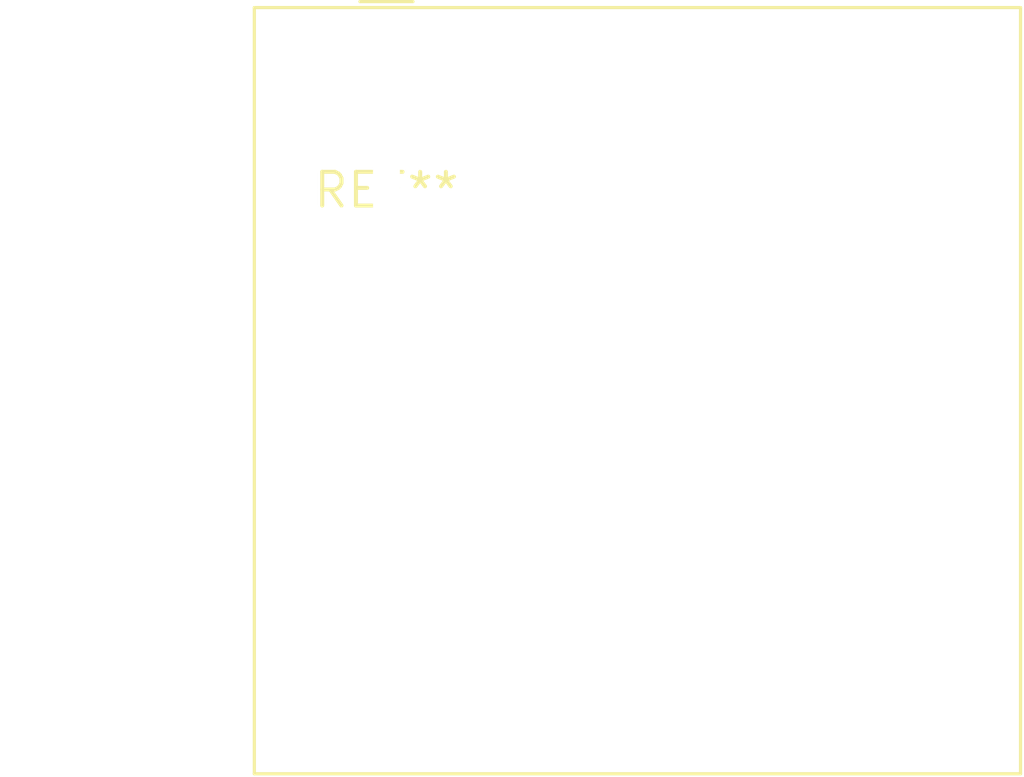
<source format=kicad_pcb>
(kicad_pcb (version 20240108) (generator pcbnew)
  (layers (0 "F.Cu" signal) (31 "B.Cu" signal) (34 "B.Paste" user) (35 "F.Paste" user) (36 "B.SilkS" user "B.Silkscreen") (37 "F.SilkS" user "F.Silkscreen") (38 "B.Mask" user) (39 "F.Mask" user) (44 "Edge.Cuts" user))
  (net 0 "")
  (footprint "Diode_Bridge_GeneSiC_KBPC_T" (layer "F.Cu") (at 0 0)
    (property "Reference" "REF**")
    (property "Value" "Diode_Bridge_GeneSiC_KBPC_T")
    (fp_line (start -4.975 -6.875) (end 23.875 -6.875) (layer "F.SilkS") (stroke (width 0.12)))
    (fp_line (start -4.975 21.975) (end -4.975 -6.875) (layer "F.SilkS") (stroke (width 0.12)))
    (fp_line (start -1 -7.1) (end 1 -7.1) (layer "F.SilkS") (stroke (width 0.12)))
    (fp_line (start 23.875 -6.875) (end 23.875 21.975) (layer "F.SilkS") (stroke (width 0.12)))
    (fp_line (start 23.875 21.975) (end -4.975 21.975) (layer "F.SilkS") (stroke (width 0.12)))
    (pad "1" thru_hole rect (at 0 0 90) (size 9.36 3.01) (drill oval 7.36 1.01) (layers *.Cu *.Mask) (remove_unused_layers))
    (pad "2" thru_hole roundrect (at 16.6 -1.5) (size 9.36 3.01) (drill oval 7.36 1.01) (layers *.Cu *.Mask) (remove_unused_layers))
    (pad "3" thru_hole roundrect (at 16.6 16.6) (size 9.36 3.01) (drill oval 7.36 1.01) (layers *.Cu *.Mask) (remove_unused_layers))
    (pad "4" thru_hole roundrect (at 2.3 16.6) (size 9.36 3.01) (drill oval 7.36 1.01) (layers *.Cu *.Mask) (remove_unused_layers))
  )
)
</source>
